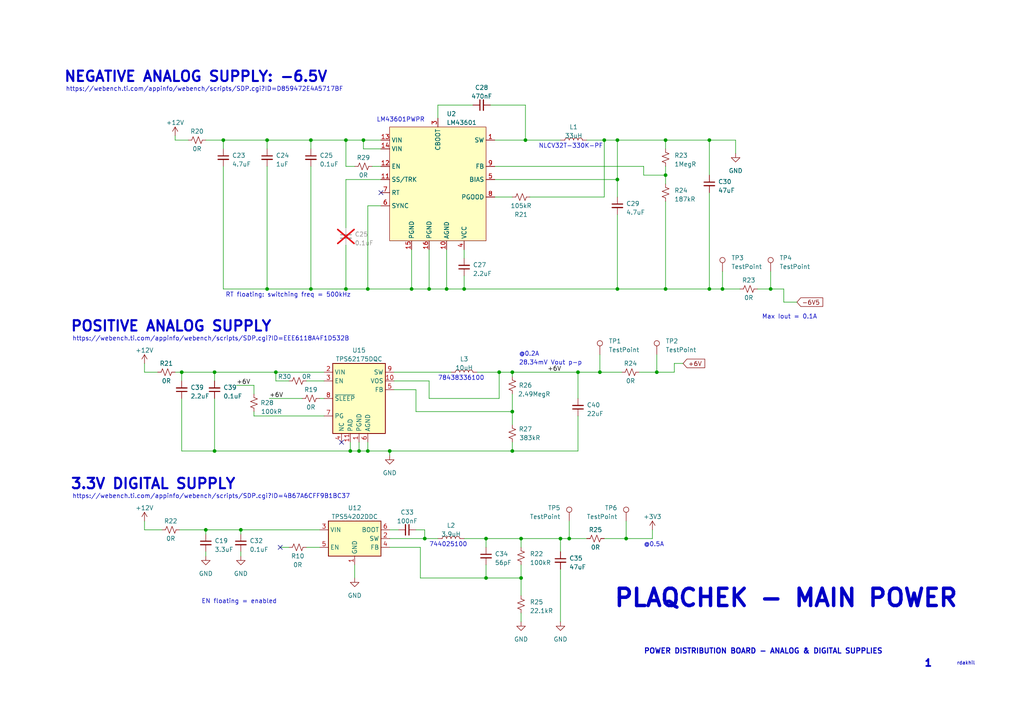
<source format=kicad_sch>
(kicad_sch (version 20230121) (generator eeschema)
  (paper "A4")
  (lib_symbols
    (symbol "Connector:TestPoint" (pin_numbers hide) (pin_names (offset 0.762) hide)
      (property "Reference" "TP" (at 0 6.858 0))
      (property "Value" "TestPoint" (at 0 5.08 0))
      (symbol "TestPoint_0_1"
        (circle (center 0 3.302) (radius 0.762))
      )
      (symbol "TestPoint_1_1"
        (pin passive line (at 0 0 90) (length 2.54) (name "1") (number "1"))
      )
    )
    (symbol "Device:C_Small" (pin_numbers hide) (pin_names (offset 0.254) hide)
      (property "Reference" "C" (at 0.254 1.778 0))
      (property "Value" "C_Small" (at 0.254 -2.032 0))
      (symbol "C_Small_0_1"
        (polyline (pts (xy -1.524 -0.508) (xy 1.524 -0.508)) (stroke (width 0.3302)))
        (polyline (pts (xy -1.524 0.508) (xy 1.524 0.508)) (stroke (width 0.3048)))
      )
      (symbol "C_Small_1_1"
        (pin passive line (at 0 2.54 270) (length 2.032) (name "~") (number "1"))
        (pin passive line (at 0 -2.54 90) (length 2.032) (name "~") (number "2"))
      )
    )
    (symbol "Device:L" (pin_numbers hide) (pin_names (offset 1.016) hide)
      (property "Reference" "L" (at -1.27 0 90))
      (property "Value" "L" (at 1.905 0 90))
      (symbol "L_0_1"
        (arc (start 0 -2.54) (mid 0.6323 -1.905) (end 0 -1.27))
        (arc (start 0 -1.27) (mid 0.6323 -0.635) (end 0 0))
        (arc (start 0 0) (mid 0.6323 0.635) (end 0 1.27))
        (arc (start 0 1.27) (mid 0.6323 1.905) (end 0 2.54))
      )
      (symbol "L_1_1"
        (pin passive line (at 0 3.81 270) (length 1.27) (name "1") (number "1"))
        (pin passive line (at 0 -3.81 90) (length 1.27) (name "2") (number "2"))
      )
    )
    (symbol "Device:R_Small_US" (pin_numbers hide) (pin_names (offset 0.254) hide)
      (property "Reference" "R" (at 0.762 0.508 0))
      (property "Value" "R_Small_US" (at 0.762 -1.016 0))
      (symbol "R_Small_US_1_1"
        (polyline (pts (xy 0 0) (xy 1.016 -0.381) (xy 0 -0.762) (xy -1.016 -1.143) (xy 0 -1.524)))
        (polyline (pts (xy 0 1.524) (xy 1.016 1.143) (xy 0 0.762) (xy -1.016 0.381) (xy 0 0)))
        (pin passive line (at 0 2.54 270) (length 1.016) (name "~") (number "1"))
        (pin passive line (at 0 -2.54 90) (length 1.016) (name "~") (number "2"))
      )
    )
    (symbol "Regulator_Switching:TPS54202DDC"
      (property "Reference" "U" (at -7.62 6.35 0))
      (property "Value" "TPS54202DDC" (at 0 6.35 0))
      (symbol "TPS54202DDC_0_1"
        (rectangle (start -7.62 5.08) (end 7.62 -5.08) (stroke (width 0.254)) (fill (type background)))
      )
      (symbol "TPS54202DDC_1_1"
        (pin power_in line (at 0 -7.62 90) (length 2.54) (name "GND") (number "1"))
        (pin power_out line (at 10.16 0 180) (length 2.54) (name "SW") (number "2"))
        (pin power_in line (at -10.16 2.54 0) (length 2.54) (name "VIN") (number "3"))
        (pin input line (at 10.16 -2.54 180) (length 2.54) (name "FB") (number "4"))
        (pin input line (at -10.16 -2.54 0) (length 2.54) (name "EN") (number "5"))
        (pin passive line (at 10.16 2.54 180) (length 2.54) (name "BOOT") (number "6"))
      )
    )
    (symbol "Regulator_Switching:TPS62175DQC"
      (property "Reference" "U" (at -7.62 11.43 0))
      (property "Value" "TPS62175DQC" (at -1.27 11.43 0))
      (symbol "TPS62175DQC_0_1"
        (rectangle (start -7.62 10.16) (end 7.62 -10.16) (stroke (width 0.254)) (fill (type background)))
      )
      (symbol "TPS62175DQC_1_1"
        (pin power_in line (at 0 -12.7 90) (length 2.54) (name "PGND") (number "1"))
        (pin input line (at 10.16 5.08 180) (length 2.54) (name "VOS") (number "10"))
        (pin power_in line (at -2.54 -12.7 90) (length 2.54) (name "PAD") (number "11"))
        (pin power_in line (at -10.16 7.62 0) (length 2.54) (name "VIN") (number "2"))
        (pin input line (at -10.16 5.08 0) (length 2.54) (name "EN") (number "3"))
        (pin passive line (at -5.08 -12.7 90) (length 2.54) (name "NC") (number "4"))
        (pin input line (at 10.16 2.54 180) (length 2.54) (name "FB") (number "5"))
        (pin power_in line (at 2.54 -12.7 90) (length 2.54) (name "AGND") (number "6"))
        (pin output line (at -10.16 -5.08 0) (length 2.54) (name "PG") (number "7"))
        (pin input line (at -10.16 0 0) (length 2.54) (name "~{SLEEP}") (number "8"))
        (pin power_out line (at 10.16 7.62 180) (length 2.54) (name "SW") (number "9"))
      )
    )
    (symbol "plaqchek:LM34601"
      (property "Reference" "U" (at 6.35 19.05 0))
      (property "Value" "LM34601" (at 11.43 27.94 0))
      (symbol "LM34601_1_1"
        (rectangle (start -13.97 16.51) (end 13.97 -16.51) (fill (type background)))
        (pin output line (at 16.51 12.7 180) (length 2.54) (name "SW") (number "1"))
        (pin power_in line (at 2.54 -19.05 90) (length 2.54) (name "AGND") (number "10"))
        (pin input line (at -16.51 1.27 0) (length 2.54) (name "SS/TRK") (number "11"))
        (pin input line (at -16.51 5.08 0) (length 2.54) (name "EN") (number "12"))
        (pin power_in line (at -16.51 12.7 0) (length 2.54) (name "VIN") (number "13"))
        (pin power_in line (at -16.51 10.16 0) (length 2.54) (name "VIN") (number "14"))
        (pin power_in line (at -7.62 -19.05 90) (length 2.54) (name "PGND") (number "15"))
        (pin power_in line (at -2.54 -19.05 90) (length 2.54) (name "PGND") (number "16"))
        (pin output line (at 16.51 12.7 180) (length 2.54) hide (name "SW") (number "2"))
        (pin input line (at 0 19.05 270) (length 2.54) (name "CBOOT") (number "3"))
        (pin power_in line (at 7.62 -19.05 90) (length 2.54) (name "VCC") (number "4"))
        (pin input line (at 16.51 1.27 180) (length 2.54) (name "BIAS") (number "5"))
        (pin input line (at -16.51 -6.35 0) (length 2.54) (name "SYNC") (number "6"))
        (pin input line (at -16.51 -2.54 0) (length 2.54) (name "RT") (number "7"))
        (pin input line (at 16.51 -3.81 180) (length 2.54) (name "PGOOD") (number "8"))
        (pin input line (at 16.51 5.08 180) (length 2.54) (name "FB") (number "9"))
      )
    )
    (symbol "power:+12V" (power) (pin_names (offset 0))
      (property "Value" "+12V" (at 0 3.556 0))
      (symbol "+12V_0_1"
        (polyline (pts (xy -0.762 1.27) (xy 0 2.54)))
        (polyline (pts (xy 0 0) (xy 0 2.54)))
        (polyline (pts (xy 0 2.54) (xy 0.762 1.27)))
      )
      (symbol "+12V_1_1"
        (pin power_in line (at 0 0 90) (length 0) hide (name "+12V") (number "1"))
      )
    )
    (symbol "power:+3V3" (power) (pin_names (offset 0))
      (property "Value" "+3V3" (at 0 3.556 0))
      (symbol "+3V3_0_1"
        (polyline (pts (xy -0.762 1.27) (xy 0 2.54)))
        (polyline (pts (xy 0 0) (xy 0 2.54)))
        (polyline (pts (xy 0 2.54) (xy 0.762 1.27)))
      )
      (symbol "+3V3_1_1"
        (pin power_in line (at 0 0 90) (length 0) hide (name "+3V3") (number "1"))
      )
    )
    (symbol "power:GND" (power) (pin_names (offset 0))
      (property "Value" "GND" (at 0 -3.81 0))
      (symbol "GND_0_1"
        (polyline (pts (xy 0 0) (xy 0 -1.27) (xy 1.27 -1.27) (xy 0 -2.54) (xy -1.27 -1.27) (xy 0 -1.27)))
      )
      (symbol "GND_1_1"
        (pin power_in line (at 0 0 270) (length 0) hide (name "GND") (number "1"))
      )
    )
  )
  (junction (at 90.17 83.82))
  (junction (at 167.64 107.95))
  (junction (at 59.69 153.67))
  (junction (at 151.13 167.64))
  (junction (at 52.705 107.95))
  (junction (at 205.74 83.82))
  (junction (at 148.59 119.38))
  (junction (at 162.56 156.21))
  (junction (at 106.68 83.82))
  (junction (at 134.62 83.82))
  (junction (at 90.17 40.64))
  (junction (at 106.68 130.81))
  (junction (at 105.41 40.64))
  (junction (at 193.04 83.82))
  (junction (at 64.77 40.64))
  (junction (at 165.1 156.21))
  (junction (at 100.33 83.82))
  (junction (at 193.04 40.64))
  (junction (at 140.97 156.21))
  (junction (at 205.74 40.64))
  (junction (at 175.26 40.64))
  (junction (at 80.01 107.95))
  (junction (at 223.52 83.82))
  (junction (at 62.23 107.95))
  (junction (at 151.13 156.21))
  (junction (at 179.07 52.07))
  (junction (at 62.23 130.81))
  (junction (at 140.97 167.64))
  (junction (at 69.85 153.67))
  (junction (at 77.47 40.64))
  (junction (at 123.19 156.21))
  (junction (at 152.4 40.64))
  (junction (at 148.59 130.81))
  (junction (at 124.46 83.82))
  (junction (at 179.07 83.82))
  (junction (at 104.14 130.81))
  (junction (at 193.04 50.8))
  (junction (at 77.47 83.82))
  (junction (at 100.33 40.64))
  (junction (at 101.6 130.81))
  (junction (at 173.99 107.95))
  (junction (at 144.78 107.95))
  (junction (at 129.54 83.82))
  (junction (at 119.38 83.82))
  (junction (at 181.61 156.21))
  (junction (at 148.59 107.95))
  (junction (at 209.55 83.82))
  (junction (at 113.03 130.81))
  (junction (at 179.07 40.64))
  (junction (at 190.5 107.95))
  (no_connect (at 81.28 158.75))
  (no_connect (at 110.49 55.88))
  (no_connect (at 99.06 128.27))
  (wire (pts (xy 143.51 57.15) (xy 148.59 57.15)))
  (wire (pts (xy 114.3 113.03) (xy 120.65 113.03)))
  (wire (pts (xy 59.69 160.02) (xy 59.69 161.29)))
  (wire (pts (xy 110.49 52.07) (xy 100.33 52.07)))
  (wire (pts (xy 88.9 158.75) (xy 92.71 158.75)))
  (wire (pts (xy 165.1 156.21) (xy 170.18 156.21)))
  (wire (pts (xy 151.13 177.8) (xy 151.13 180.34)))
  (wire (pts (xy 73.66 114.3) (xy 73.66 111.76)))
  (wire (pts (xy 92.71 115.57) (xy 93.98 115.57)))
  (wire (pts (xy 83.82 110.49) (xy 80.01 110.49)))
  (wire (pts (xy 59.69 153.67) (xy 59.69 154.94)))
  (wire (pts (xy 62.23 130.81) (xy 101.6 130.81)))
  (wire (pts (xy 195.58 105.41) (xy 195.58 107.95)))
  (wire (pts (xy 205.74 55.88) (xy 205.74 83.82)))
  (wire (pts (xy 127 30.48) (xy 127 34.29)))
  (wire (pts (xy 106.68 128.27) (xy 106.68 130.81)))
  (wire (pts (xy 190.5 107.95) (xy 195.58 107.95)))
  (wire (pts (xy 140.97 167.64) (xy 151.13 167.64)))
  (wire (pts (xy 59.69 40.64) (xy 64.77 40.64)))
  (wire (pts (xy 205.74 40.64) (xy 213.36 40.64)))
  (wire (pts (xy 124.46 110.49) (xy 124.46 115.57)))
  (wire (pts (xy 190.5 102.87) (xy 190.5 107.95)))
  (wire (pts (xy 129.54 83.82) (xy 134.62 83.82)))
  (wire (pts (xy 162.56 160.02) (xy 162.56 156.21)))
  (wire (pts (xy 134.62 156.21) (xy 140.97 156.21)))
  (wire (pts (xy 205.74 83.82) (xy 209.55 83.82)))
  (wire (pts (xy 77.47 40.64) (xy 77.47 43.18)))
  (wire (pts (xy 134.62 72.39) (xy 134.62 74.93)))
  (wire (pts (xy 121.92 158.75) (xy 121.92 167.64)))
  (wire (pts (xy 223.52 78.74) (xy 223.52 83.82)))
  (wire (pts (xy 142.24 30.48) (xy 152.4 30.48)))
  (wire (pts (xy 52.705 107.95) (xy 52.705 110.49)))
  (wire (pts (xy 113.03 130.81) (xy 113.03 132.08)))
  (wire (pts (xy 213.36 44.45) (xy 213.36 40.64)))
  (wire (pts (xy 64.77 40.64) (xy 64.77 43.18)))
  (wire (pts (xy 123.19 153.67) (xy 123.19 156.21)))
  (wire (pts (xy 113.03 153.67) (xy 115.57 153.67)))
  (wire (pts (xy 179.07 83.82) (xy 193.04 83.82)))
  (wire (pts (xy 127 156.21) (xy 123.19 156.21)))
  (wire (pts (xy 165.1 151.13) (xy 165.1 156.21)))
  (wire (pts (xy 52.705 107.95) (xy 62.23 107.95)))
  (wire (pts (xy 227.33 83.82) (xy 227.33 87.63)))
  (wire (pts (xy 137.16 30.48) (xy 127 30.48)))
  (wire (pts (xy 102.87 163.83) (xy 102.87 167.64)))
  (wire (pts (xy 179.07 40.64) (xy 193.04 40.64)))
  (wire (pts (xy 175.26 40.64) (xy 179.07 40.64)))
  (wire (pts (xy 64.77 83.82) (xy 77.47 83.82)))
  (wire (pts (xy 181.61 151.13) (xy 181.61 156.21)))
  (wire (pts (xy 205.74 40.64) (xy 205.74 50.8)))
  (wire (pts (xy 175.26 57.15) (xy 175.26 40.64)))
  (wire (pts (xy 205.74 83.82) (xy 193.04 83.82)))
  (wire (pts (xy 119.38 72.39) (xy 119.38 83.82)))
  (wire (pts (xy 162.56 165.1) (xy 162.56 180.34)))
  (wire (pts (xy 167.64 130.81) (xy 148.59 130.81)))
  (wire (pts (xy 105.41 40.64) (xy 110.49 40.64)))
  (wire (pts (xy 52.705 107.95) (xy 50.8 107.95)))
  (wire (pts (xy 186.69 48.26) (xy 186.69 50.8)))
  (wire (pts (xy 93.98 120.65) (xy 73.66 120.65)))
  (wire (pts (xy 45.72 107.95) (xy 41.91 107.95)))
  (wire (pts (xy 120.65 153.67) (xy 123.19 153.67)))
  (wire (pts (xy 121.92 167.64) (xy 140.97 167.64)))
  (wire (pts (xy 119.38 83.82) (xy 124.46 83.82)))
  (wire (pts (xy 101.6 128.27) (xy 101.6 130.81)))
  (wire (pts (xy 80.01 107.95) (xy 93.98 107.95)))
  (wire (pts (xy 104.14 130.81) (xy 101.6 130.81)))
  (wire (pts (xy 110.49 59.69) (xy 106.68 59.69)))
  (wire (pts (xy 73.66 120.65) (xy 73.66 119.38)))
  (wire (pts (xy 46.99 153.67) (xy 41.91 153.67)))
  (wire (pts (xy 59.69 153.67) (xy 52.07 153.67)))
  (wire (pts (xy 151.13 167.64) (xy 151.13 163.83)))
  (wire (pts (xy 62.23 107.95) (xy 62.23 110.49)))
  (wire (pts (xy 113.03 130.81) (xy 148.59 130.81)))
  (wire (pts (xy 152.4 40.64) (xy 162.56 40.64)))
  (wire (pts (xy 50.8 39.37) (xy 50.8 40.64)))
  (wire (pts (xy 62.23 115.57) (xy 62.23 130.81)))
  (wire (pts (xy 113.03 158.75) (xy 121.92 158.75)))
  (wire (pts (xy 143.51 40.64) (xy 152.4 40.64)))
  (wire (pts (xy 69.85 153.67) (xy 59.69 153.67)))
  (wire (pts (xy 143.51 52.07) (xy 179.07 52.07)))
  (wire (pts (xy 175.26 156.21) (xy 181.61 156.21)))
  (wire (pts (xy 152.4 30.48) (xy 152.4 40.64)))
  (wire (pts (xy 106.68 59.69) (xy 106.68 83.82)))
  (wire (pts (xy 167.64 107.95) (xy 173.99 107.95)))
  (wire (pts (xy 104.14 128.27) (xy 104.14 130.81)))
  (wire (pts (xy 140.97 163.83) (xy 140.97 167.64)))
  (wire (pts (xy 151.13 156.21) (xy 162.56 156.21)))
  (wire (pts (xy 179.07 52.07) (xy 179.07 57.15)))
  (wire (pts (xy 106.68 130.81) (xy 113.03 130.81)))
  (wire (pts (xy 50.8 40.64) (xy 54.61 40.64)))
  (wire (pts (xy 185.42 107.95) (xy 190.5 107.95)))
  (wire (pts (xy 120.65 113.03) (xy 120.65 119.38)))
  (wire (pts (xy 148.59 114.3) (xy 148.59 119.38)))
  (wire (pts (xy 41.91 105.41) (xy 41.91 107.95)))
  (wire (pts (xy 68.58 111.76) (xy 73.66 111.76)))
  (wire (pts (xy 140.97 156.21) (xy 140.97 158.75)))
  (wire (pts (xy 124.46 115.57) (xy 144.78 115.57)))
  (wire (pts (xy 124.46 72.39) (xy 124.46 83.82)))
  (wire (pts (xy 179.07 40.64) (xy 179.07 52.07)))
  (wire (pts (xy 100.33 71.12) (xy 100.33 83.82)))
  (wire (pts (xy 102.87 48.26) (xy 100.33 48.26)))
  (wire (pts (xy 167.64 107.95) (xy 167.64 115.57)))
  (wire (pts (xy 223.52 83.82) (xy 227.33 83.82)))
  (wire (pts (xy 193.04 40.64) (xy 205.74 40.64)))
  (wire (pts (xy 209.55 83.82) (xy 214.63 83.82)))
  (wire (pts (xy 195.58 105.41) (xy 198.12 105.41)))
  (wire (pts (xy 90.17 48.26) (xy 90.17 83.82)))
  (wire (pts (xy 88.9 110.49) (xy 93.98 110.49)))
  (wire (pts (xy 77.47 40.64) (xy 90.17 40.64)))
  (wire (pts (xy 143.51 48.26) (xy 186.69 48.26)))
  (wire (pts (xy 189.23 153.67) (xy 189.23 156.21)))
  (wire (pts (xy 80.01 110.49) (xy 80.01 107.95)))
  (wire (pts (xy 181.61 156.21) (xy 189.23 156.21)))
  (wire (pts (xy 77.47 83.82) (xy 90.17 83.82)))
  (wire (pts (xy 69.85 160.02) (xy 69.85 161.29)))
  (wire (pts (xy 144.78 115.57) (xy 144.78 107.95)))
  (wire (pts (xy 170.18 40.64) (xy 175.26 40.64)))
  (wire (pts (xy 110.49 48.26) (xy 107.95 48.26)))
  (wire (pts (xy 144.78 107.95) (xy 148.59 107.95)))
  (wire (pts (xy 114.3 107.95) (xy 130.81 107.95)))
  (wire (pts (xy 173.99 102.87) (xy 173.99 107.95)))
  (wire (pts (xy 105.41 43.18) (xy 110.49 43.18)))
  (wire (pts (xy 100.33 48.26) (xy 100.33 40.64)))
  (wire (pts (xy 134.62 83.82) (xy 179.07 83.82)))
  (wire (pts (xy 151.13 156.21) (xy 151.13 158.75)))
  (wire (pts (xy 90.17 83.82) (xy 100.33 83.82)))
  (wire (pts (xy 90.17 40.64) (xy 100.33 40.64)))
  (wire (pts (xy 129.54 72.39) (xy 129.54 83.82)))
  (wire (pts (xy 100.33 83.82) (xy 106.68 83.82)))
  (wire (pts (xy 148.59 107.95) (xy 167.64 107.95)))
  (wire (pts (xy 148.59 119.38) (xy 148.59 123.19)))
  (wire (pts (xy 64.77 48.26) (xy 64.77 83.82)))
  (wire (pts (xy 69.85 153.67) (xy 69.85 154.94)))
  (wire (pts (xy 114.3 110.49) (xy 124.46 110.49)))
  (wire (pts (xy 62.23 107.95) (xy 80.01 107.95)))
  (wire (pts (xy 123.19 156.21) (xy 113.03 156.21)))
  (wire (pts (xy 105.41 40.64) (xy 105.41 43.18)))
  (wire (pts (xy 52.705 115.57) (xy 52.705 130.81)))
  (wire (pts (xy 209.55 78.74) (xy 209.55 83.82)))
  (wire (pts (xy 186.69 50.8) (xy 193.04 50.8)))
  (wire (pts (xy 52.705 130.81) (xy 62.23 130.81)))
  (wire (pts (xy 78.105 115.57) (xy 87.63 115.57)))
  (wire (pts (xy 162.56 156.21) (xy 165.1 156.21)))
  (wire (pts (xy 148.59 107.95) (xy 148.59 109.22)))
  (wire (pts (xy 77.47 48.26) (xy 77.47 83.82)))
  (wire (pts (xy 134.62 80.01) (xy 134.62 83.82)))
  (wire (pts (xy 219.71 83.82) (xy 223.52 83.82)))
  (wire (pts (xy 41.91 151.13) (xy 41.91 153.67)))
  (wire (pts (xy 179.07 62.23) (xy 179.07 83.82)))
  (wire (pts (xy 64.77 40.64) (xy 77.47 40.64)))
  (wire (pts (xy 106.68 83.82) (xy 119.38 83.82)))
  (wire (pts (xy 167.64 120.65) (xy 167.64 130.81)))
  (wire (pts (xy 100.33 40.64) (xy 105.41 40.64)))
  (wire (pts (xy 193.04 50.8) (xy 193.04 53.34)))
  (wire (pts (xy 193.04 40.64) (xy 193.04 43.18)))
  (wire (pts (xy 173.99 107.95) (xy 180.34 107.95)))
  (wire (pts (xy 148.59 130.81) (xy 148.59 128.27)))
  (wire (pts (xy 92.71 153.67) (xy 69.85 153.67)))
  (wire (pts (xy 124.46 83.82) (xy 129.54 83.82)))
  (wire (pts (xy 90.17 40.64) (xy 90.17 43.18)))
  (wire (pts (xy 193.04 50.8) (xy 193.04 48.26)))
  (wire (pts (xy 151.13 167.64) (xy 151.13 172.72)))
  (wire (pts (xy 100.33 52.07) (xy 100.33 66.04)))
  (wire (pts (xy 144.78 107.95) (xy 138.43 107.95)))
  (wire (pts (xy 120.65 119.38) (xy 148.59 119.38)))
  (wire (pts (xy 104.14 130.81) (xy 106.68 130.81)))
  (wire (pts (xy 227.33 87.63) (xy 231.14 87.63)))
  (wire (pts (xy 153.67 57.15) (xy 175.26 57.15)))
  (wire (pts (xy 193.04 58.42) (xy 193.04 83.82)))
  (wire (pts (xy 140.97 156.21) (xy 151.13 156.21)))
  (wire (pts (xy 81.28 158.75) (xy 83.82 158.75)))
  (text "RT floating: switching freq = 500kHz\n" (at 65.405 86.36 0) (effects (font (size 1.27 1.27)) (justify left bottom)))
  (text "EN floating = enabled" (at 58.42 175.26 0) (effects (font (size 1.27 1.27)) (justify left bottom)))
  (text "Max Iout = 0.1A\n" (at 220.98 92.71 0) (effects (font (size 1.27 1.27)) (justify left bottom)))
  (text "POSITIVE ANALOG SUPPLY" (at 20.32 96.52 0) (effects (font (size 3 3) (thickness 0.6) bold) (justify left bottom)))
  (text "@0.5A\n" (at 186.69 158.75 0) (effects (font (size 1.27 1.27)) (justify left bottom)))
  (text "rdakhil" (at 277.495 193.04 0) (effects (font (size 1 1)) (justify left bottom)))
  (text "LM43601PWPR" (at 109.22 35.56 0) (effects (font (size 1.27 1.27)) (justify left bottom)))
  (text "NLCV32T-330K-PF" (at 156.21 43.18 0) (effects (font (size 1.27 1.27)) (justify left bottom)))
  (text "744025100\n" (at 124.46 158.75 0) (effects (font (size 1.27 1.27)) (justify left bottom)))
  (text "3.3V DIGITAL SUPPLY\n" (at 20.32 142.24 0) (effects (font (size 3 3) (thickness 0.6) bold) (justify left bottom)))
  (text "@0.2A\n" (at 150.495 103.505 0) (effects (font (size 1.27 1.27)) (justify left bottom)))
  (text "78438336100\n" (at 127 110.49 0) (effects (font (size 1.27 1.27)) (justify left bottom)))
  (text "https://webench.ti.com/appinfo/webench/scripts/SDP.cgi?ID=EEE6118A4F1D532B" (at 20.955 99.06 0) (effects (font (size 1.27 1.27)) (justify left bottom)))
  (text "1" (at 267.97 193.675 0) (effects (font (size 2 2) (thickness 1) bold) (justify left bottom)))
  (text "PLAQCHEK - MAIN POWER" (at 177.8 176.53 0) (effects (font (size 5 5) (thickness 1) bold) (justify left bottom)))
  (text "https://webench.ti.com/appinfo/webench/scripts/SDP.cgi?ID=4B67A6CFF9B1BC37" (at 20.955 144.78 0) (effects (font (size 1.27 1.27)) (justify left bottom)))
  (text "https://webench.ti.com/appinfo/webench/scripts/SDP.cgi?ID=D859472E4A5717BF" (at 19.05 26.67 0) (effects (font (size 1.27 1.27)) (justify left bottom)))
  (text "28.34mV Vout p-p" (at 150.495 106.045 0) (effects (font (size 1.27 1.27)) (justify left bottom)))
  (text "NEGATIVE ANALOG SUPPLY: -6.5V\n" (at 18.415 24.13 0) (effects (font (size 3 3) (thickness 0.6) bold) (justify left bottom)))
  (text "POWER DISTRIBUTION BOARD - ANALOG & DIGITAL SUPPLIES" (at 186.69 189.865 0) (effects (font (size 1.5 1.5) (thickness 0.3) bold) (justify left bottom)))
  (label "+6V" (at 68.58 111.76 0))
  (label "+6V" (at 158.75 107.95 0))
  (label "+6V" (at 78.105 115.57 0))
  (global_label "-6V5" (shape input) (at 231.14 87.63 0) (property "Intersheetrefs" "${INTERSHEET_REFS}" (effects hide)))
  (global_label "+6V" (shape input) (at 198.12 105.41 0) (property "Intersheetrefs" "${INTERSHEET_REFS}" (effects hide)))
  (symbol (lib_id "Device:R_Small_US") (at 57.15 40.64 270) (unit 1)
    (property "Reference" "R20" (at 57.15 38.1 90))
    (property "Value" "0R" (at 57.15 43.18 90))
    (property "Footprint" "Resistor_SMD:R_0603_1608Metric_Pad0.98x0.95mm_HandSolder" (effects hide))
  )
  (symbol (lib_id "Device:C_Small") (at 205.74 53.34 0) (unit 1)
    (property "Reference" "C30" (at 208.28 52.7113 0) (effects (justify left)))
    (property "Value" "47uF" (at 208.28 55.2513 0) (effects (justify left)))
    (property "Footprint" "Capacitor_SMD:C_1206_3216Metric_Pad1.33x1.80mm_HandSolder" (effects hide))
    (instances (project "power" (path "" (reference "C30") (unit 1))) (project "plaqcheq_mlb_power" (path "" (reference "C30") (unit 1))) (project "plaqchek_mlb" (path "" (reference "C16") (unit 1))) (project "plaqchek_power" (path "" (reference "C15") (unit 1)) (path "" (reference "C37") (unit 1))) (project "plaqchek_mlb" (path "" (reference "C30") (unit 1))))
  )
  (symbol (lib_id "Device:R_Small_US") (at 151.13 161.29 0) (unit 1)
    (property "Reference" "R22" (at 153.67 160.655 0) (effects (justify left)))
    (property "Value" "100kR" (at 153.67 163.195 0) (effects (justify left)))
    (property "Footprint" "Resistor_SMD:R_0603_1608Metric_Pad0.98x0.95mm_HandSolder" (effects hide))
    (instances (project "power" (path "" (reference "R22") (unit 1))) (project "plaqcheq_mlb_power" (path "" (reference "R22") (unit 1))) (project "plaqchek_mlb" (path "" (reference "R11") (unit 1))) (project "plaqchek_power" (path "" (reference "R3") (unit 1)) (path "" (reference "R13") (unit 1))) (project "plaqchek_mlb" (path "" (reference "R22") (unit 1))))
  )
  (symbol (lib_id "Connector:TestPoint") (at 223.52 78.74 0) (unit 1)
    (property "Reference" "TP4" (at 226.06 74.803 0) (effects (justify left)))
    (property "Value" "TestPoint" (at 226.06 77.343 0) (effects (justify left)))
  )
  (symbol (lib_id "Device:R_Small_US") (at 193.04 45.72 180) (unit 1)
    (property "Reference" "R23" (at 195.58 45.085 0) (effects (justify right)))
    (property "Value" "1MegR" (at 195.58 47.625 0) (effects (justify right)))
    (property "Footprint" "Resistor_SMD:R_0603_1608Metric_Pad0.98x0.95mm_HandSolder" (effects hide))
    (instances (project "power" (path "" (reference "R23") (unit 1))) (project "plaqcheq_mlb_power" (path "" (reference "R23") (unit 1))) (project "plaqchek_mlb" (path "" (reference "R15") (unit 1))) (project "plaqchek_power" (path "" (reference "R7") (unit 1)) (path "" (reference "R17") (unit 1))) (project "plaqchek_mlb" (path "" (reference "R23") (unit 1))))
  )
  (symbol (lib_id "Regulator_Switching:TPS54202DDC") (at 102.87 156.21 0) (unit 1)
    (property "Reference" "U12" (at 102.87 147.32 0))
    (property "Value" "TPS54202DDC" (at 102.87 149.86 0))
    (property "Footprint" "Package_TO_SOT_SMD:SOT-23-6" (effects hide))
    (property "Datasheet" "http://www.ti.com/lit/ds/symlink/tps54202.pdf" (effects hide))
    (instances (project "power" (path "" (reference "U12") (unit 1))) (project "plaqcheq_mlb_power" (path "" (reference "U12") (unit 1))) (project "plaqchek_mlb" (path "" (reference "U1") (unit 1))) (project "plaqchek_power" (path "" (reference "U1") (unit 1)) (path "" (reference "U8") (unit 1))) (project "plaqchek_mlb" (path "" (reference "U12") (unit 1))))
  )
  (symbol (lib_id "power:GND") (at 69.85 161.29 0) (unit 1)
    (property "Reference" "#PWR054" (effects hide))
    (property "Value" "GND" (at 69.85 166.37 0))
    (instances (project "power" (path "" (reference "#PWR054") (unit 1))) (project "plaqcheq_mlb_power" (path "" (reference "#PWR054") (unit 1))) (project "plaqchek_mlb" (path "" (reference "#PWR012") (unit 1))) (project "plaqchek_power" (path "" (reference "#PWR05") (unit 1)) (path "" (reference "#PWR023") (unit 1))) (project "plaqchek_mlb" (path "" (reference "#PWR054") (unit 1))))
  )
  (symbol (lib_id "Device:R_Small_US") (at 90.17 115.57 270) (unit 1)
    (property "Reference" "R19" (at 90.17 113.03 90))
    (property "Value" "0R" (at 90.17 118.11 90))
    (property "Footprint" "Resistor_SMD:R_0603_1608Metric_Pad0.98x0.95mm_HandSolder" (effects hide))
  )
  (symbol (lib_id "Device:C_Small") (at 140.97 161.29 0) (unit 1)
    (property "Reference" "C34" (at 143.51 160.6613 0) (effects (justify left)))
    (property "Value" "56pF" (at 143.51 163.2013 0) (effects (justify left)))
    (property "Footprint" "Capacitor_SMD:C_0603_1608Metric_Pad1.08x0.95mm_HandSolder" (effects hide))
    (instances (project "power" (path "" (reference "C34") (unit 1))) (project "plaqcheq_mlb_power" (path "" (reference "C34") (unit 1))) (project "plaqchek_mlb" (path "" (reference "C12") (unit 1))) (project "plaqchek_power" (path "" (reference "C10") (unit 1)) (path "" (reference "C32") (unit 1))) (project "plaqchek_mlb" (path "" (reference "C34") (unit 1))))
  )
  (symbol (lib_id "Device:R_Small_US") (at 48.26 107.95 270) (unit 1)
    (property "Reference" "R21" (at 48.26 105.41 90))
    (property "Value" "0R" (at 48.26 110.49 90))
    (property "Footprint" "Resistor_SMD:R_0603_1608Metric_Pad0.98x0.95mm_HandSolder" (effects hide))
  )
  (symbol (lib_id "Device:C_Small") (at 139.7 30.48 90) (unit 1)
    (property "Reference" "C28" (at 139.7063 25.4 90))
    (property "Value" "470nF" (at 139.7063 27.94 90))
    (property "Footprint" "Capacitor_SMD:C_0603_1608Metric_Pad1.08x0.95mm_HandSolder" (effects hide))
    (instances (project "power" (path "" (reference "C28") (unit 1))) (project "plaqcheq_mlb_power" (path "" (reference "C28") (unit 1))) (project "plaqchek_mlb" (path "" (reference "C11") (unit 1))) (project "plaqchek_power" (path "" (reference "C9") (unit 1)) (path "" (reference "C31") (unit 1))) (project "plaqchek_mlb" (path "" (reference "C28") (unit 1))))
  )
  (symbol (lib_id "Device:C_Small") (at 167.64 118.11 180) (unit 1)
    (property "Reference" "C40" (at 170.18 117.4686 0) (effects (justify right)))
    (property "Value" "22uF" (at 170.18 120.0086 0) (effects (justify right)))
    (property "Footprint" "Capacitor_SMD:C_0805_2012Metric_Pad1.18x1.45mm_HandSolder" (effects hide))
    (instances (project "power" (path "" (reference "C40") (unit 1))) (project "plaqcheq_mlb_power" (path "" (reference "C40") (unit 1))) (project "plaqchek_mlb" (path "" (reference "C15") (unit 1))) (project "plaqchek_power" (path "" (reference "C13") (unit 1)) (path "" (reference "C35") (unit 1))) (project "plaqchek_mlb" (path "" (reference "C40") (unit 1))))
  )
  (symbol (lib_id "Connector:TestPoint") (at 181.61 151.13 0) (unit 1)
    (property "Reference" "TP6" (at 179.07 147.32 0) (effects (justify right)))
    (property "Value" "TestPoint" (at 179.07 149.86 0) (effects (justify right)))
  )
  (symbol (lib_id "Device:R_Small_US") (at 151.13 57.15 270) (unit 1)
    (property "Reference" "R21" (at 151.13 62.23 90))
    (property "Value" "105kR" (at 151.13 59.69 90))
    (property "Footprint" "Resistor_SMD:R_0603_1608Metric_Pad0.98x0.95mm_HandSolder" (effects hide))
    (instances (project "power" (path "" (reference "R21") (unit 1))) (project "plaqcheq_mlb_power" (path "" (reference "R21") (unit 1))) (project "plaqchek_mlb" (path "" (reference "R9") (unit 1))) (project "plaqchek_power" (path "" (reference "R2") (unit 1)) (path "" (reference "R12") (unit 1))) (project "plaqchek_mlb" (path "" (reference "R21") (unit 1))))
  )
  (symbol (lib_id "Device:C_Small") (at 134.62 77.47 180) (unit 1)
    (property "Reference" "C27" (at 137.16 76.8286 0) (effects (justify right)))
    (property "Value" "2.2uF" (at 137.16 79.3686 0) (effects (justify right)))
    (property "Footprint" "Capacitor_SMD:C_0603_1608Metric_Pad1.08x0.95mm_HandSolder" (effects hide))
    (instances (project "power" (path "" (reference "C27") (unit 1))) (project "plaqcheq_mlb_power" (path "" (reference "C27") (unit 1))) (project "plaqchek_mlb" (path "" (reference "C9") (unit 1))) (project "plaqchek_power" (path "" (reference "C8") (unit 1)) (path "" (reference "C30") (unit 1))) (project "plaqchek_mlb" (path "" (reference "C27") (unit 1))))
  )
  (symbol (lib_id "Device:C_Small") (at 179.07 59.69 0) (unit 1)
    (property "Reference" "C29" (at 181.61 59.0613 0) (effects (justify left)))
    (property "Value" "4.7uF" (at 181.61 61.6013 0) (effects (justify left)))
    (property "Footprint" "Capacitor_SMD:C_0805_2012Metric_Pad1.18x1.45mm_HandSolder" (effects hide))
    (instances (project "power" (path "" (reference "C29") (unit 1))) (project "plaqcheq_mlb_power" (path "" (reference "C29") (unit 1))) (project "plaqchek_mlb" (path "" (reference "C14") (unit 1))) (project "plaqchek_power" (path "" (reference "C12") (unit 1)) (path "" (reference "C34") (unit 1))) (project "plaqchek_mlb" (path "" (reference "C29") (unit 1))))
  )
  (symbol (lib_id "Device:C_Small") (at 62.23 113.03 180) (unit 1)
    (property "Reference" "C39" (at 64.77 112.3886 0) (effects (justify right)))
    (property "Value" "0.1uF" (at 64.77 114.9286 0) (effects (justify right)))
    (property "Footprint" "Capacitor_SMD:C_0603_1608Metric_Pad1.08x0.95mm_HandSolder" (effects hide))
    (instances (project "power" (path "" (reference "C39") (unit 1))) (project "plaqcheq_mlb_power" (path "" (reference "C39") (unit 1))) (project "plaqchek_mlb" (path "" (reference "C6") (unit 1))) (project "plaqchek_power" (path "" (reference "C2") (unit 1)) (path "" (reference "C10") (unit 1))) (project "plaqchek_mlb" (path "" (reference "C39") (unit 1))))
  )
  (symbol (lib_id "Device:C_Small") (at 90.17 45.72 0) (unit 1)
    (property "Reference" "C25" (at 92.71 45.0913 0) (effects (justify left)))
    (property "Value" "0.1uF" (at 92.71 47.6313 0) (effects (justify left)))
    (property "Footprint" "Capacitor_SMD:C_0603_1608Metric_Pad1.08x0.95mm_HandSolder" (effects hide))
    (instances (project "power" (path "" (reference "C25") (unit 1))) (project "plaqcheq_mlb_power" (path "" (reference "C25") (unit 1))) (project "plaqchek_mlb" (path "" (reference "C8") (unit 1))) (project "plaqchek_power" (path "" (reference "C6") (unit 1)) (path "" (reference "C28") (unit 1))) (project "plaqchek_mlb" (path "" (reference "C25") (unit 1))))
  )
  (symbol (lib_id "plaqchek:LM34601") (at 127 53.34 0) (unit 1)
    (property "Reference" "U2" (at 129.54 33.02 0) (effects (justify left)))
    (property "Value" "LM43601" (at 129.54 35.56 0) (effects (justify left)))
    (property "Footprint" "Package_SO:HTSSOP-16-1EP_4.4x5mm_P0.65mm_EP3.4x5mm" (effects hide))
    (property "Datasheet" "https://www.ti.com/lit/ds/symlink/lm43601.pdf?ts=1733717459233" (effects hide))
  )
  (symbol (lib_id "Connector:TestPoint") (at 190.5 102.87 0) (unit 1)
    (property "Reference" "TP2" (at 193.04 98.933 0) (effects (justify left)))
    (property "Value" "TestPoint" (at 193.04 101.473 0) (effects (justify left)))
  )
  (symbol (lib_id "Device:R_Small_US") (at 151.13 175.26 0) (unit 1)
    (property "Reference" "R25" (at 153.67 174.625 0) (effects (justify left)))
    (property "Value" "22.1kR" (at 153.67 177.165 0) (effects (justify left)))
    (property "Footprint" "Resistor_SMD:R_0603_1608Metric_Pad0.98x0.95mm_HandSolder" (effects hide))
    (instances (project "power" (path "" (reference "R25") (unit 1))) (project "plaqcheq_mlb_power" (path "" (reference "R25") (unit 1))) (project "plaqchek_mlb" (path "" (reference "R12") (unit 1))) (project "plaqchek_power" (path "" (reference "R4") (unit 1)) (path "" (reference "R14") (unit 1))) (project "plaqchek_mlb" (path "" (reference "R25") (unit 1))))
  )
  (symbol (lib_id "Device:C_Small") (at 162.56 162.56 0) (unit 1)
    (property "Reference" "C35" (at 165.1 161.9313 0) (effects (justify left)))
    (property "Value" "47uF" (at 165.1 164.4713 0) (effects (justify left)))
    (property "Footprint" "Capacitor_SMD:C_1206_3216Metric_Pad1.33x1.80mm_HandSolder" (effects hide))
    (instances (project "power" (path "" (reference "C35") (unit 1))) (project "plaqcheq_mlb_power" (path "" (reference "C35") (unit 1))) (project "plaqchek_mlb" (path "" (reference "C13") (unit 1))) (project "plaqchek_power" (path "" (reference "C11") (unit 1)) (path "" (reference "C33") (unit 1))) (project "plaqchek_mlb" (path "" (reference "C35") (unit 1))))
  )
  (symbol (lib_id "Device:R_Small_US") (at 172.72 156.21 270) (unit 1)
    (property "Reference" "R25" (at 172.72 153.67 90))
    (property "Value" "0R" (at 172.72 158.75 90))
    (property "Footprint" "Resistor_SMD:R_0603_1608Metric_Pad0.98x0.95mm_HandSolder" (effects hide))
  )
  (symbol (lib_id "Device:C_Small") (at 69.85 157.48 0) (unit 1)
    (property "Reference" "C32" (at 72.39 156.8513 0) (effects (justify left)))
    (property "Value" "0.1uF" (at 72.39 159.3913 0) (effects (justify left)))
    (property "Footprint" "Capacitor_SMD:C_0603_1608Metric_Pad1.08x0.95mm_HandSolder" (effects hide))
    (instances (project "power" (path "" (reference "C32") (unit 1))) (project "plaqcheq_mlb_power" (path "" (reference "C32") (unit 1))) (project "plaqchek_mlb" (path "" (reference "C7") (unit 1))) (project "plaqchek_power" (path "" (reference "C5") (unit 1)) (path "" (reference "C27") (unit 1))) (project "plaqchek_mlb" (path "" (reference "C32") (unit 1))))
  )
  (symbol (lib_id "Device:C_Small") (at 59.69 157.48 0) (unit 1)
    (property "Reference" "C19" (at 62.23 156.8513 0) (effects (justify left)))
    (property "Value" "3.3uF" (at 62.23 159.3913 0) (effects (justify left)))
    (property "Footprint" "Capacitor_SMD:C_0603_1608Metric_Pad1.08x0.95mm_HandSolder" (effects hide))
    (instances (project "power" (path "" (reference "C19") (unit 1))) (project "plaqcheq_mlb_power" (path "" (reference "C19") (unit 1))) (project "plaqchek_mlb" (path "" (reference "C2") (unit 1))) (project "plaqchek_power" (path "" (reference "C3") (unit 1)) (path "" (reference "C25") (unit 1))) (project "plaqchek_mlb" (path "" (reference "C19") (unit 1))))
  )
  (symbol (lib_id "power:GND") (at 151.13 180.34 0) (unit 1)
    (property "Reference" "#PWR056" (effects hide))
    (property "Value" "GND" (at 151.13 185.42 0))
    (instances (project "power" (path "" (reference "#PWR056") (unit 1))) (project "plaqcheq_mlb_power" (path "" (reference "#PWR056") (unit 1))) (project "plaqchek_mlb" (path "" (reference "#PWR015") (unit 1))) (project "plaqchek_power" (path "" (reference "#PWR08") (unit 1)) (path "" (reference "#PWR026") (unit 1))) (project "plaqchek_mlb" (path "" (reference "#PWR056") (unit 1))))
  )
  (symbol (lib_id "Connector:TestPoint") (at 173.99 102.87 0) (unit 1)
    (property "Reference" "TP1" (at 176.53 98.933 0) (effects (justify left)))
    (property "Value" "TestPoint" (at 176.53 101.473 0) (effects (justify left)))
  )
  (symbol (lib_id "Device:R_Small_US") (at 182.88 107.95 270) (unit 1)
    (property "Reference" "R24" (at 182.88 105.41 90))
    (property "Value" "0R" (at 182.88 110.49 90))
    (property "Footprint" "Resistor_SMD:R_0603_1608Metric_Pad0.98x0.95mm_HandSolder" (effects hide))
  )
  (symbol (lib_id "Regulator_Switching:TPS62175DQC") (at 104.14 115.57 0) (unit 1)
    (property "Reference" "U15" (at 104.14 101.6 0))
    (property "Value" "TPS62175DQC" (at 104.14 104.14 0))
    (property "Footprint" "Package_SON:WSON-10-1EP_2x3mm_P0.5mm_EP0.84x2.4mm_ThermalVias" (effects hide))
    (property "Datasheet" "http://www.ti.com/lit/ds/symlink/tps62177.pdf" (effects hide))
    (instances (project "power" (path "" (reference "U15") (unit 1))) (project "plaqcheq_mlb_power" (path "" (reference "U15") (unit 1))) (project "plaqchek_mlb" (path "" (reference "U2") (unit 1))) (project "plaqchek_power" (path "" (reference "U2") (unit 1)) (path "" (reference "U9") (unit 1))) (project "plaqchek_mlb" (path "" (reference "U15") (unit 1))))
  )
  (symbol (lib_id "Device:R_Small_US") (at 148.59 125.73 0) (unit 1)
    (property "Reference" "R27" (at 152.4 124.46 0))
    (property "Value" "383kR" (at 153.67 127 0))
    (property "Footprint" "Resistor_SMD:R_0603_1608Metric_Pad0.98x0.95mm_HandSolder" (effects hide))
    (instances (project "power" (path "" (reference "R27") (unit 1))) (project "plaqcheq_mlb_power" (path "" (reference "R27") (unit 1))) (project "plaqchek_mlb" (path "" (reference "R14") (unit 1))) (project "plaqchek_power" (path "" (reference "R6") (unit 1)) (path "" (reference "R16") (unit 1))) (project "plaqchek_mlb" (path "" (reference "R27") (unit 1))))
  )
  (symbol (lib_id "Device:C_Small") (at 100.33 68.58 0) (unit 1) (dnp yes)
    (property "Reference" "C25" (at 102.87 67.9513 0) (effects (justify left)))
    (property "Value" "0.1uF" (at 102.87 70.4913 0) (effects (justify left)))
    (property "Footprint" "Capacitor_SMD:C_0603_1608Metric_Pad1.08x0.95mm_HandSolder" (effects hide))
    (instances (project "power" (path "" (reference "C25") (unit 1))) (project "plaqcheq_mlb_power" (path "" (reference "C25") (unit 1))) (project "plaqchek_mlb" (path "" (reference "C8") (unit 1))) (project "plaqchek_power" (path "" (reference "C6") (unit 1)) (path "" (reference "C9") (unit 1))) (project "plaqchek_mlb" (path "" (reference "C25") (unit 1))))
  )
  (symbol (lib_id "Device:R_Small_US") (at 49.53 153.67 270) (unit 1)
    (property "Reference" "R22" (at 49.53 151.13 90))
    (property "Value" "0R" (at 49.53 156.21 90))
    (property "Footprint" "Resistor_SMD:R_0603_1608Metric_Pad0.98x0.95mm_HandSolder" (effects hide))
  )
  (symbol (lib_id "Device:R_Small_US") (at 105.41 48.26 270) (unit 1)
    (property "Reference" "R29" (at 105.41 45.72 90))
    (property "Value" "0R" (at 105.41 50.8 90))
    (property "Footprint" "Resistor_SMD:R_0603_1608Metric_Pad0.98x0.95mm_HandSolder" (effects hide))
    (instances (project "plaqchek_power" (path "" (reference "R29") (unit 1)) (path "" (reference "R27") (unit 1))))
  )
  (symbol (lib_id "Device:C_Small") (at 77.47 45.72 0) (unit 1)
    (property "Reference" "C24" (at 80.01 45.0913 0) (effects (justify left)))
    (property "Value" "1uF" (at 80.01 47.6313 0) (effects (justify left)))
    (property "Footprint" "Capacitor_SMD:C_0603_1608Metric_Pad1.08x0.95mm_HandSolder" (effects hide))
    (instances (project "power" (path "" (reference "C24") (unit 1))) (project "plaqcheq_mlb_power" (path "" (reference "C24") (unit 1))) (project "plaqchek_mlb" (path "" (reference "C3") (unit 1))) (project "plaqchek_power" (path "" (reference "C4") (unit 1)) (path "" (reference "C26") (unit 1))) (project "plaqchek_mlb" (path "" (reference "C24") (unit 1))))
  )
  (symbol (lib_id "power:GND") (at 213.36 44.45 0) (unit 1)
    (property "Reference" "#PWR049" (effects hide))
    (property "Value" "GND" (at 213.36 49.53 0))
    (instances (project "power" (path "" (reference "#PWR049") (unit 1))) (project "plaqcheq_mlb_power" (path "" (reference "#PWR049") (unit 1))) (project "plaqchek_mlb" (path "" (reference "#PWR018") (unit 1))) (project "plaqchek_power" (path "" (reference "#PWR011") (unit 1)) (path "" (reference "#PWR029") (unit 1))) (project "plaqchek_mlb" (path "" (reference "#PWR049") (unit 1))))
  )
  (symbol (lib_id "power:+12V") (at 41.91 151.13 0) (unit 1)
    (property "Reference" "#PWR052" (effects hide))
    (property "Value" "+12V" (at 41.91 147.32 0))
    (instances (project "power" (path "" (reference "#PWR052") (unit 1))) (project "plaqcheq_mlb_power" (path "" (reference "#PWR052") (unit 1))) (project "plaqchek_mlb" (path "" (reference "#PWR09") (unit 1))) (project "plaqchek_power" (path "" (reference "#PWR03") (unit 1)) (path "" (reference "#PWR021") (unit 1))) (project "plaqchek_mlb" (path "" (reference "#PWR052") (unit 1))))
  )
  (symbol (lib_id "Device:L") (at 134.62 107.95 90) (unit 1)
    (property "Reference" "L3" (at 134.62 104.14 90))
    (property "Value" "10uH" (at 134.62 106.68 90))
    (instances (project "power" (path "" (reference "L3") (unit 1))) (project "plaqcheq_mlb_power" (path "" (reference "L3") (unit 1))) (project "plaqchek_mlb" (path "" (reference "L2") (unit 1))) (project "plaqchek_power" (path "" (reference "L2") (unit 1)) (path "" (reference "L5") (unit 1))) (project "plaqchek_mlb" (path "" (reference "L3") (unit 1))))
  )
  (symbol (lib_id "Connector:TestPoint") (at 165.1 151.13 0) (unit 1)
    (property "Reference" "TP5" (at 162.56 147.32 0) (effects (justify right)))
    (property "Value" "TestPoint" (at 162.56 149.86 0) (effects (justify right)))
  )
  (symbol (lib_id "power:+12V") (at 41.91 105.41 0) (unit 1)
    (property "Reference" "#PWR060" (effects hide))
    (property "Value" "+12V" (at 41.91 101.6 0))
    (instances (project "power" (path "" (reference "#PWR060") (unit 1))) (project "plaqcheq_mlb_power" (path "" (reference "#PWR060") (unit 1))) (project "plaqchek_mlb" (path "" (reference "#PWR011") (unit 1))) (project "plaqchek_power" (path "" (reference "#PWR02") (unit 1)) (path "" (reference "#PWR020") (unit 1))) (project "plaqchek_mlb" (path "" (reference "#PWR060") (unit 1))))
  )
  (symbol (lib_id "Device:R_Small_US") (at 86.36 158.75 270) (unit 1)
    (property "Reference" "R10" (at 86.36 161.29 90))
    (property "Value" "0R" (at 86.36 163.83 90))
    (property "Footprint" "Resistor_SMD:R_0603_1608Metric_Pad0.98x0.95mm_HandSolder" (effects hide))
  )
  (symbol (lib_id "Device:R_Small_US") (at 217.17 83.82 270) (unit 1)
    (property "Reference" "R23" (at 217.17 81.28 90))
    (property "Value" "0R" (at 217.17 86.36 90))
    (property "Footprint" "Resistor_SMD:R_0603_1608Metric_Pad0.98x0.95mm_HandSolder" (effects hide))
  )
  (symbol (lib_id "Device:R_Small_US") (at 148.59 111.76 0) (unit 1)
    (property "Reference" "R26" (at 152.4 111.76 0))
    (property "Value" "2.49MegR" (at 154.94 114.3 0))
    (property "Footprint" "Resistor_SMD:R_0603_1608Metric_Pad0.98x0.95mm_HandSolder" (effects hide))
    (instances (project "power" (path "" (reference "R26") (unit 1))) (project "plaqcheq_mlb_power" (path "" (reference "R26") (unit 1))) (project "plaqchek_mlb" (path "" (reference "R13") (unit 1))) (project "plaqchek_power" (path "" (reference "R5") (unit 1)) (path "" (reference "R15") (unit 1))) (project "plaqchek_mlb" (path "" (reference "R26") (unit 1))))
  )
  (symbol (lib_id "power:GND") (at 102.87 167.64 0) (unit 1)
    (property "Reference" "#PWR055" (effects hide))
    (property "Value" "GND" (at 102.87 172.72 0))
    (instances (project "power" (path "" (reference "#PWR055") (unit 1))) (project "plaqcheq_mlb_power" (path "" (reference "#PWR055") (unit 1))) (project "plaqchek_mlb" (path "" (reference "#PWR013") (unit 1))) (project "plaqchek_power" (path "" (reference "#PWR06") (unit 1)) (path "" (reference "#PWR024") (unit 1))) (project "plaqchek_mlb" (path "" (reference "#PWR055") (unit 1))))
  )
  (symbol (lib_id "Device:R_Small_US") (at 73.66 116.84 0) (unit 1)
    (property "Reference" "R28" (at 77.47 116.84 0))
    (property "Value" "100kR" (at 78.74 119.38 0))
    (property "Footprint" "Resistor_SMD:R_0603_1608Metric_Pad0.98x0.95mm_HandSolder" (effects hide))
    (instances (project "power" (path "" (reference "R28") (unit 1))) (project "plaqcheq_mlb_power" (path "" (reference "R28") (unit 1))) (project "plaqchek_mlb" (path "" (reference "R8") (unit 1))) (project "plaqchek_power" (path "" (reference "R1") (unit 1)) (path "" (reference "R11") (unit 1))) (project "plaqchek_mlb" (path "" (reference "R28") (unit 1))))
  )
  (symbol (lib_id "Device:R_Small_US") (at 193.04 55.88 180) (unit 1)
    (property "Reference" "R24" (at 195.58 55.245 0) (effects (justify right)))
    (property "Value" "187kR" (at 195.58 57.785 0) (effects (justify right)))
    (property "Footprint" "Resistor_SMD:R_0603_1608Metric_Pad0.98x0.95mm_HandSolder" (effects hide))
    (instances (project "power" (path "" (reference "R24") (unit 1))) (project "plaqcheq_mlb_power" (path "" (reference "R24") (unit 1))) (project "plaqchek_mlb" (path "" (reference "R16") (unit 1))) (project "plaqchek_power" (path "" (reference "R8") (unit 1)) (path "" (reference "R18") (unit 1))) (project "plaqchek_mlb" (path "" (reference "R24") (unit 1))))
  )
  (symbol (lib_id "power:GND") (at 162.56 180.34 0) (unit 1)
    (property "Reference" "#PWR057" (effects hide))
    (property "Value" "GND" (at 162.56 185.42 0))
    (instances (project "power" (path "" (reference "#PWR057") (unit 1))) (project "plaqcheq_mlb_power" (path "" (reference "#PWR057") (unit 1))) (project "plaqchek_mlb" (path "" (reference "#PWR016") (unit 1))) (project "plaqchek_power" (path "" (reference "#PWR09") (unit 1)) (path "" (reference "#PWR027") (unit 1))) (project "plaqchek_mlb" (path "" (reference "#PWR057") (unit 1))))
  )
  (symbol (lib_id "power:GND") (at 113.03 132.08 0) (unit 1)
    (property "Reference" "#PWR061" (effects hide))
    (property "Value" "GND" (at 113.03 137.16 0))
    (instances (project "power" (path "" (reference "#PWR061") (unit 1))) (project "plaqcheq_mlb_power" (path "" (reference "#PWR061") (unit 1))) (project "plaqchek_mlb" (path "" (reference "#PWR014") (unit 1))) (project "plaqchek_power" (path "" (reference "#PWR07") (unit 1)) (path "" (reference "#PWR025") (unit 1))) (project "plaqchek_mlb" (path "" (reference "#PWR061") (unit 1))))
  )
  (symbol (lib_id "Device:C_Small") (at 64.77 45.72 0) (unit 1)
    (property "Reference" "C23" (at 67.31 45.0913 0) (effects (justify left)))
    (property "Value" "4.7uF" (at 67.31 47.6313 0) (effects (justify left)))
    (property "Footprint" "Capacitor_SMD:C_0805_2012Metric_Pad1.18x1.45mm_HandSolder" (effects hide))
    (instances (project "power" (path "" (reference "C23") (unit 1))) (project "plaqcheq_mlb_power" (path "" (reference "C23") (unit 1))) (project "plaqchek_mlb" (path "" (reference "C1") (unit 1))) (project "plaqchek_power" (path "" (reference "C1") (unit 1)) (path "" (reference "C23") (unit 1))) (project "plaqchek_mlb" (path "" (reference "C23") (unit 1))))
  )
  (symbol (lib_id "power:GND") (at 59.69 161.29 0) (unit 1)
    (property "Reference" "#PWR053" (effects hide))
    (property "Value" "GND" (at 59.69 166.37 0))
    (instances (project "power" (path "" (reference "#PWR053") (unit 1))) (project "plaqcheq_mlb_power" (path "" (reference "#PWR053") (unit 1))) (project "plaqchek_mlb" (path "" (reference "#PWR010") (unit 1))) (project "plaqchek_power" (path "" (reference "#PWR04") (unit 1)) (path "" (reference "#PWR022") (unit 1))) (project "plaqchek_mlb" (path "" (reference "#PWR053") (unit 1))))
  )
  (symbol (lib_id "Device:C_Small") (at 52.705 113.03 180) (unit 1)
    (property "Reference" "C39" (at 55.245 112.3886 0) (effects (justify right)))
    (property "Value" "2.2uF" (at 55.245 114.9286 0) (effects (justify right)))
    (property "Footprint" "Capacitor_SMD:C_0603_1608Metric_Pad1.08x0.95mm_HandSolder" (effects hide))
    (instances (project "power" (path "" (reference "C39") (unit 1))) (project "plaqcheq_mlb_power" (path "" (reference "C39") (unit 1))) (project "plaqchek_mlb" (path "" (reference "C6") (unit 1))) (project "plaqchek_power" (path "" (reference "C2") (unit 1)) (path "" (reference "C24") (unit 1))) (project "plaqchek_mlb" (path "" (reference "C39") (unit 1))))
  )
  (symbol (lib_id "Device:R_Small_US") (at 86.36 110.49 90) (unit 1)
    (property "Reference" "R30" (at 82.55 109.22 90))
    (property "Value" "0R" (at 88.9 109.22 90))
    (property "Footprint" "Resistor_SMD:R_0603_1608Metric_Pad0.98x0.95mm_HandSolder" (effects hide))
    (instances (project "plaqchek_power" (path "" (reference "R30") (unit 1)) (path "" (reference "R27") (unit 1))))
  )
  (symbol (lib_id "Device:L") (at 166.37 40.64 90) (unit 1)
    (property "Reference" "L1" (at 166.37 36.83 90))
    (property "Value" "33uH" (at 166.37 39.37 90))
    (property "Footprint" "Inductor_SMD:L_1210_3225Metric_Pad1.42x2.65mm_HandSolder" (effects hide))
    (instances (project "power" (path "" (reference "L1") (unit 1))) (project "plaqcheq_mlb_power" (path "" (reference "L1") (unit 1))) (project "plaqchek_mlb" (path "" (reference "L3") (unit 1))) (project "plaqchek_power" (path "" (reference "L3") (unit 1)) (path "" (reference "L6") (unit 1))) (project "plaqchek_mlb" (path "" (reference "L1") (unit 1))))
  )
  (symbol (lib_id "power:+12V") (at 50.8 39.37 0) (unit 1)
    (property "Reference" "#PWR048" (effects hide))
    (property "Value" "+12V" (at 50.8 35.56 0))
    (instances (project "power" (path "" (reference "#PWR048") (unit 1))) (project "plaqcheq_mlb_power" (path "" (reference "#PWR048") (unit 1))) (project "plaqchek_mlb" (path "" (reference "#PWR05") (unit 1))) (project "plaqchek_power" (path "" (reference "#PWR01") (unit 1)) (path "" (reference "#PWR019") (unit 1))) (project "plaqchek_mlb" (path "" (reference "#PWR048") (unit 1))))
  )
  (symbol (lib_id "Device:L") (at 130.81 156.21 90) (unit 1)
    (property "Reference" "L2" (at 130.81 152.4 90))
    (property "Value" "3.9uH" (at 130.81 154.94 90))
    (property "Datasheet" "https://www.we-online.com/components/products/datasheet/744025100.pdf" (effects hide))
    (instances (project "power" (path "" (reference "L2") (unit 1))) (project "plaqcheq_mlb_power" (path "" (reference "L2") (unit 1))) (project "plaqchek_mlb" (path "" (reference "L1") (unit 1))) (project "plaqchek_power" (path "" (reference "L1") (unit 1)) (path "" (reference "L4") (unit 1))) (project "plaqchek_mlb" (path "" (reference "L2") (unit 1))))
  )
  (symbol (lib_id "Device:C_Small") (at 118.11 153.67 270) (unit 1)
    (property "Reference" "C33" (at 118.1036 148.59 90))
    (property "Value" "100nF" (at 118.1036 151.13 90))
    (property "Footprint" "Capacitor_SMD:C_0603_1608Metric_Pad1.08x0.95mm_HandSolder" (effects hide))
    (instances (project "power" (path "" (reference "C33") (unit 1))) (project "plaqcheq_mlb_power" (path "" (reference "C33") (unit 1))) (project "plaqchek_mlb" (path "" (reference "C10") (unit 1))) (project "plaqchek_power" (path "" (reference "C7") (unit 1)) (path "" (reference "C29") (unit 1))) (project "plaqchek_mlb" (path "" (reference "C33") (unit 1))))
  )
  (symbol (lib_id "Connector:TestPoint") (at 209.55 78.74 0) (unit 1)
    (property "Reference" "TP3" (at 212.09 74.803 0) (effects (justify left)))
    (property "Value" "TestPoint" (at 212.09 77.343 0) (effects (justify left)))
  )
  (symbol (lib_id "power:+3V3") (at 189.23 153.67 0) (unit 1)
    (property "Reference" "#PWR08" (effects hide))
    (property "Value" "+3V3" (at 189.23 149.86 0))
    (instances (project "power" (path "" (reference "#PWR08") (unit 1))) (project "plaqcheq_mlb_power" (path "" (reference "#PWR08") (unit 1))) (project "plaqchek_mlb" (path "" (reference "#PWR017") (unit 1))) (project "plaqchek_power" (path "" (reference "#PWR010") (unit 1)) (path "" (reference "#PWR028") (unit 1))) (project "plaqchek_mlb" (path "" (reference "#PWR058") (unit 1)) (path "" (reference "#PWR08") (unit 1))))
  )
)
</source>
